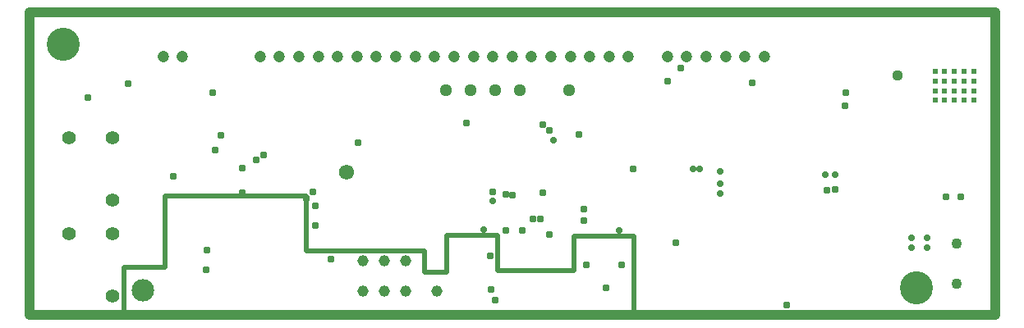
<source format=gbr>
%TF.GenerationSoftware,Altium Limited,Altium Designer,22.2.1 (43)*%
G04 Layer_Physical_Order=2*
G04 Layer_Color=32768*
%FSLAX26Y26*%
%MOIN*%
%TF.SameCoordinates,49CA406D-FE3E-4379-A0B2-47437619DC98*%
%TF.FilePolarity,Negative*%
%TF.FileFunction,Copper,L2,Inr,Plane*%
%TF.Part,Single*%
G01*
G75*
%TA.AperFunction,ViaPad*%
%ADD64C,0.028000*%
%TA.AperFunction,NonConductor*%
%ADD67C,0.020000*%
%ADD68C,0.040000*%
%TA.AperFunction,ComponentPad*%
%ADD69C,0.047496*%
%ADD70C,0.061276*%
%ADD71C,0.091000*%
%ADD72C,0.043559*%
%ADD73C,0.051000*%
%ADD74C,0.045528*%
%ADD75C,0.055370*%
%TA.AperFunction,ViaPad*%
%ADD76C,0.134110*%
%ADD77C,0.031000*%
%ADD78C,0.044000*%
%ADD79C,0.023874*%
D64*
X2720000Y595000D02*
D03*
X2695000D02*
D03*
X3270000Y570000D02*
D03*
X3230000D02*
D03*
X1844608Y348686D02*
D03*
X2394922Y345078D02*
D03*
X2805000Y585000D02*
D03*
X1880000Y465000D02*
D03*
X2126924Y711924D02*
D03*
X2805000Y495000D02*
D03*
Y535000D02*
D03*
X3645000Y315000D02*
D03*
X3580000Y315000D02*
D03*
X3645000Y275000D02*
D03*
X3580000D02*
D03*
D67*
X2455000Y15000D02*
Y320000D01*
X2210000D02*
X2455000D01*
X2210000Y180000D02*
Y320000D01*
X1900000Y180000D02*
X2210000D01*
X1900000D02*
Y325000D01*
X1695000D02*
X1900000D01*
X1695000Y175000D02*
Y325000D01*
X1605000Y175000D02*
X1695000D01*
X1605000D02*
Y260000D01*
X1125000D02*
X1605000D01*
X1125000D02*
Y485000D01*
X550000D02*
X1125000D01*
X550000Y195000D02*
Y485000D01*
X385000Y195000D02*
X550000D01*
X385000Y15000D02*
Y195000D01*
D68*
X0Y0D02*
Y1230000D01*
X3920000D01*
Y0D02*
Y1230000D01*
X0Y0D02*
X3920000D01*
D69*
X2983779Y1050000D02*
D03*
X2905040D02*
D03*
X2826299Y1050000D02*
D03*
X2747559Y1050000D02*
D03*
X2668819Y1050000D02*
D03*
X2590078Y1050001D02*
D03*
X2432599Y1050000D02*
D03*
X2353858Y1050000D02*
D03*
X2275118Y1050000D02*
D03*
X2196377D02*
D03*
X2117637D02*
D03*
X2038898Y1050001D02*
D03*
X1960157Y1050000D02*
D03*
X1881417Y1050001D02*
D03*
X1802677Y1050000D02*
D03*
X1723936Y1049999D02*
D03*
X1645196D02*
D03*
X1566456Y1050000D02*
D03*
X1487716Y1050000D02*
D03*
X1408976Y1050000D02*
D03*
X1330235Y1050000D02*
D03*
X1251495Y1050000D02*
D03*
X1172756Y1050000D02*
D03*
X1094015Y1050001D02*
D03*
X1015275Y1050000D02*
D03*
X936534D02*
D03*
X621574Y1050000D02*
D03*
X542834Y1050001D02*
D03*
D70*
X1288150Y580000D02*
D03*
D71*
X460000Y100000D02*
D03*
D72*
X3763544Y291693D02*
D03*
X3763543Y128307D02*
D03*
D73*
X1690000Y915000D02*
D03*
X1790000D02*
D03*
X1890000Y914999D02*
D03*
X1990000Y915000D02*
D03*
X2190000Y915000D02*
D03*
D74*
X1355394Y97008D02*
D03*
X1442008Y97008D02*
D03*
X1528622Y97008D02*
D03*
X1355393Y222992D02*
D03*
X1442008D02*
D03*
X1528622Y222992D02*
D03*
X1654606Y97008D02*
D03*
D75*
X161417Y722953D02*
D03*
X338583Y467047D02*
D03*
Y722953D02*
D03*
X161417Y332953D02*
D03*
X338583Y77047D02*
D03*
Y332953D02*
D03*
D76*
X137795Y1102362D02*
D03*
X3602362Y110236D02*
D03*
D77*
X755000Y670000D02*
D03*
X777716Y732716D02*
D03*
X1125000Y475000D02*
D03*
X1873358Y103358D02*
D03*
X1871265Y241265D02*
D03*
X2405000Y205000D02*
D03*
X2341992Y113008D02*
D03*
X2230000Y735000D02*
D03*
X3270000Y510000D02*
D03*
X3236246Y508754D02*
D03*
X2111245Y328755D02*
D03*
X2260000Y205000D02*
D03*
X1890000Y60000D02*
D03*
X2625000Y295000D02*
D03*
X2645000Y1005000D02*
D03*
X2590000Y950000D02*
D03*
X2084756Y499756D02*
D03*
X3075004Y39996D02*
D03*
X3310000Y850000D02*
D03*
X1160000Y365000D02*
D03*
X718741Y186259D02*
D03*
X720000Y265000D02*
D03*
X2450000Y595000D02*
D03*
X3315000Y905000D02*
D03*
X1880000Y500000D02*
D03*
X1935000Y492385D02*
D03*
X1960834Y489451D02*
D03*
X2250000Y430000D02*
D03*
X2045000Y390445D02*
D03*
X2073920Y391080D02*
D03*
X2933247Y943247D02*
D03*
X745000Y905000D02*
D03*
X1775000Y780000D02*
D03*
X400000Y940000D02*
D03*
X1160000Y445000D02*
D03*
X2110000Y750902D02*
D03*
X2085000Y775000D02*
D03*
X238504Y883504D02*
D03*
X920000Y630000D02*
D03*
X2250000Y385000D02*
D03*
X1935000Y345000D02*
D03*
X2000000D02*
D03*
X950000Y650000D02*
D03*
X863622Y598622D02*
D03*
X1335000Y700000D02*
D03*
X1224409Y229409D02*
D03*
X585005Y565005D02*
D03*
X1150000Y500000D02*
D03*
X863358Y496642D02*
D03*
X3780000Y480000D02*
D03*
X3720000D02*
D03*
D78*
X3525000Y975000D02*
D03*
D79*
X3755000Y873485D02*
D03*
X3794370Y873485D02*
D03*
X3833740Y873484D02*
D03*
X3676260Y873485D02*
D03*
X3715629Y873484D02*
D03*
X3755000Y991594D02*
D03*
X3833740Y991594D02*
D03*
X3715630Y991593D02*
D03*
X3676259Y991595D02*
D03*
X3794370Y991595D02*
D03*
X3715631Y912855D02*
D03*
X3676259Y912854D02*
D03*
X3833740Y912854D02*
D03*
X3794370D02*
D03*
X3755001Y912854D02*
D03*
X3794370Y952225D02*
D03*
X3676260Y952225D02*
D03*
X3715630Y952224D02*
D03*
X3833740Y952225D02*
D03*
X3755001Y952224D02*
D03*
%TF.MD5,3e930f941b65af101dcbd469f4e44319*%
M02*

</source>
